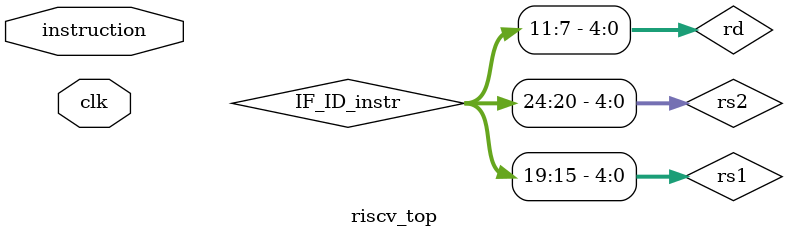
<source format=v>
module riscv_top(
    input clk,
    input [31:0] instruction
);

/////////////////////////////////////////////////
// IF STAGE
/////////////////////////////////////////////////

reg [31:0] IF_ID_instr;

always @(posedge clk)
    IF_ID_instr <= instruction;

/////////////////////////////////////////////////
// ID STAGE
/////////////////////////////////////////////////

wire [4:0] rs1 = IF_ID_instr[19:15];
wire [4:0] rs2 = IF_ID_instr[24:20];
wire [4:0] rd  = IF_ID_instr[11:7];

wire [31:0] read_data1, read_data2;

wire reg_write;
wire [3:0] alu_op;

control_unit cu(
    .instruction(IF_ID_instr),
    .reg_write(reg_write),
    .alu_op(alu_op)
);

register_file rf(
    .clk(clk),
    .reg_write(MEM_WB_reg_write),
    .rs1(rs1),
    .rs2(rs2),
    .rd(MEM_WB_rd),
    .write_data(MEM_WB_result),
    .read_data1(read_data1),
    .read_data2(read_data2)
);

/////////////////////////////////////////////////
// ID/EX PIPELINE REGISTER
/////////////////////////////////////////////////

reg [31:0] ID_EX_data1, ID_EX_data2;
reg [4:0]  ID_EX_rd;
reg [3:0]  ID_EX_alu_op;
reg        ID_EX_reg_write;

always @(posedge clk) begin
    ID_EX_data1     <= read_data1;
    ID_EX_data2     <= read_data2;
    ID_EX_rd        <= rd;
    ID_EX_alu_op    <= alu_op;
    ID_EX_reg_write <= reg_write;
end

/////////////////////////////////////////////////
// EX STAGE
/////////////////////////////////////////////////

wire [31:0] alu_result;

alu alu_inst(
    .a(ID_EX_data1),
    .b(ID_EX_data2),
    .alu_op(ID_EX_alu_op),
    .result(alu_result)
);

/////////////////////////////////////////////////
// EX/MEM PIPELINE REGISTER
/////////////////////////////////////////////////

reg [31:0] EX_MEM_result;
reg [4:0]  EX_MEM_rd;
reg        EX_MEM_reg_write;

always @(posedge clk) begin
    EX_MEM_result    <= alu_result;
    EX_MEM_rd        <= ID_EX_rd;
    EX_MEM_reg_write <= ID_EX_reg_write;
end

/////////////////////////////////////////////////
// MEM STAGE (currently passthrough)
/////////////////////////////////////////////////

/////////////////////////////////////////////////
// MEM/WB PIPELINE REGISTER
/////////////////////////////////////////////////

reg [31:0] MEM_WB_result;
reg [4:0]  MEM_WB_rd;
reg        MEM_WB_reg_write;

always @(posedge clk) begin
    MEM_WB_result    <= EX_MEM_result;
    MEM_WB_rd        <= EX_MEM_rd;
    MEM_WB_reg_write <= EX_MEM_reg_write;
end

endmodule

</source>
